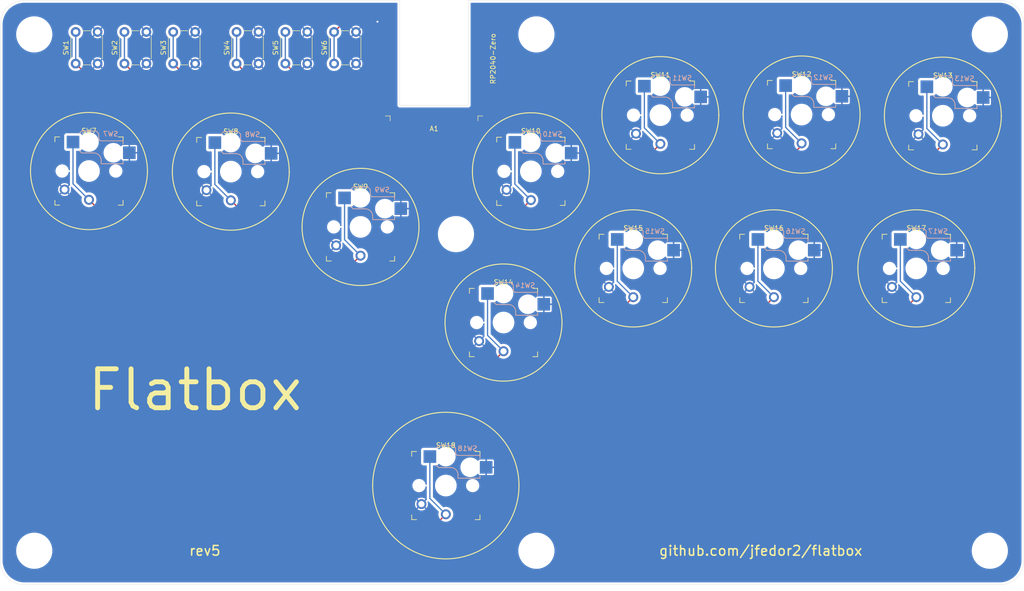
<source format=kicad_pcb>
(kicad_pcb (version 20221018) (generator pcbnew)
  (layers (0 "F.Cu" signal) (31 "B.Cu" signal) (34 "B.Paste" user) (35 "F.Paste" user) (36 "B.SilkS" user "B.Silkscreen") (37 "F.SilkS" user "F.Silkscreen") (38 "B.Mask" user) (39 "F.Mask" user) (44 "Edge.Cuts" user))
  (net 0 "")
  (net 1 "GND")
  (net 2 "LEFT")
  (net 3 "DOWN")
  (net 4 "RIGHT")
  (net 5 "UP")
  (net 6 "L1")
  (net 7 "R1")
  (net 8 "TRIANGLE")
  (net 9 "SQUARE")
  (net 10 "CIRCLE")
  (net 11 "CROSS")
  (net 12 "R2")
  (net 13 "L2")
  (net 14 "OPT1")
  (net 15 "OPT2")
  (net 16 "OPT3")
  (net 17 "OPT4")
  (net 18 "OPT5")
  (net 19 "OPT6")
  (footprint "Kailh:Kailh_socket_PG1350_optional" (layer "F.Cu") (at 87.32 65.17)
    (fp_text reference "SW8" (at 0 -8.255) (layer "F.SilkS"))
    (fp_text value "SW_Push")
    (fp_text user "${REFERENCE}" (at 4.445 -7.62) (layer "B.SilkS") (effects (justify mirror)))
    (pad "" np_thru_hole circle (at -5.5 0) (size 1.7018 1.7018) (drill 1.7018) (layers "*.Cu" "*.Mask"))
    (pad "" np_thru_hole circle (at 0 -5.95) (size 3 3) (drill 3) (layers "*.Cu" "*.Mask"))
    (pad "" np_thru_hole circle (at 0 0) (size 3.429 3.429) (drill 3.429) (layers "*.Cu" "*.Mask"))
    (pad "" np_thru_hole circle (at 5 -3.75) (size 3 3) (drill 3) (layers "*.Cu" "*.Mask"))
    (pad "" np_thru_hole circle (at 5.5 0) (size 1.7018 1.7018) (drill 1.7018) (layers "*.Cu" "*.Mask"))
    (pad "1" smd rect (at -3.275 -5.95) (size 2.6 2.6) (layers "B.Cu" "B.Paste" "B.Mask") (net 3 "DOWN"))
    (pad "1" thru_hole circle (at 0 5.9) (size 2.032 2.032) (drill 1.27) (layers "*.Cu" "*.Mask") (net 3 "DOWN"))
    (pad "2" thru_hole circle (at -5 3.8) (size 2.032 2.032) (drill 1.27) (layers "*.Cu" "*.Mask") (net 1 "GND"))
    (pad "2" smd rect (at 8.275 -3.75) (size 2.6 2.6) (layers "B.Cu" "B.Paste" "B.Mask") (net 1 "GND"))
  )
  (footprint "Kailh:Kailh_socket_PG1350_optional" (layer "F.Cu") (at 113.92 76.52)
    (fp_text reference "SW9" (at 0 -8.255) (layer "F.SilkS"))
    (fp_text value "SW_Push")
    (fp_text user "${REFERENCE}" (at 4.445 -7.62) (layer "B.SilkS") (effects (justify mirror)))
    (pad "" np_thru_hole circle (at -5.5 0) (size 1.7018 1.7018) (drill 1.7018) (layers "*.Cu" "*.Mask"))
    (pad "" np_thru_hole circle (at 0 -5.95) (size 3 3) (drill 3) (layers "*.Cu" "*.Mask"))
    (pad "" np_thru_hole circle (at 0 0) (size 3.429 3.429) (drill 3.429) (layers "*.Cu" "*.Mask"))
    (pad "" np_thru_hole circle (at 5 -3.75) (size 3 3) (drill 3) (layers "*.Cu" "*.Mask"))
    (pad "" np_thru_hole circle (at 5.5 0) (size 1.7018 1.7018) (drill 1.7018) (layers "*.Cu" "*.Mask"))
    (pad "1" smd rect (at -3.275 -5.95) (size 2.6 2.6) (layers "B.Cu" "B.Paste" "B.Mask") (net 4 "RIGHT"))
    (pad "1" thru_hole circle (at 0 5.9) (size 2.032 2.032) (drill 1.27) (layers "*.Cu" "*.Mask") (net 4 "RIGHT"))
    (pad "2" thru_hole circle (at -5 3.8) (size 2.032 2.032) (drill 1.27) (layers "*.Cu" "*.Mask") (net 1 "GND"))
    (pad "2" smd rect (at 8.275 -3.75) (size 2.6 2.6) (layers "B.Cu" "B.Paste" "B.Mask") (net 1 "GND"))
  )
  (footprint "Kailh:Kailh_socket_PG1350_optional" (layer "F.Cu") (at 131.42 129.62)
    (fp_text reference "SW18" (at 0 -8.255) (layer "F.SilkS"))
    (fp_text value "SW_Push")
    (fp_text user "${REFERENCE}" (at 4.445 -7.62) (layer "B.SilkS") (effects (justify mirror)))
    (pad "" np_thru_hole circle (at -5.5 0) (size 1.7018 1.7018) (drill 1.7018) (layers "*.Cu" "*.Mask"))
    (pad "" np_thru_hole circle (at 0 -5.95) (size 3 3) (drill 3) (layers "*.Cu" "*.Mask"))
    (pad "" np_thru_hole circle (at 0 0) (size 3.429 3.429) (drill 3.429) (layers "*.Cu" "*.Mask"))
    (pad "" np_thru_hole circle (at 5 -3.75) (size 3 3) (drill 3) (layers "*.Cu" "*.Mask"))
    (pad "" np_thru_hole circle (at 5.5 0) (size 1.7018 1.7018) (drill 1.7018) (layers "*.Cu" "*.Mask"))
    (pad "1" smd rect (at -3.275 -5.95) (size 2.6 2.6) (layers "B.Cu" "B.Paste" "B.Mask") (net 5 "UP"))
    (pad "1" thru_hole circle (at 0 5.9) (size 2.032 2.032) (drill 1.27) (layers "*.Cu" "*.Mask") (net 5 "UP"))
    (pad "2" thru_hole circle (at -5 3.8) (size 2.032 2.032) (drill 1.27) (layers "*.Cu" "*.Mask") (net 1 "GND"))
    (pad "2" smd rect (at 8.275 -3.75) (size 2.6 2.6) (layers "B.Cu" "B.Paste" "B.Mask") (net 1 "GND"))
  )
  (footprint "Kailh:Kailh_socket_PG1350_optional" (layer "F.Cu") (at 148.86 65.11)
    (fp_text reference "SW10" (at 0 -8.255) (layer "F.SilkS"))
    (fp_text value "SW_Push")
    (fp_text user "${REFERENCE}" (at 4.445 -7.62) (layer "B.SilkS") (effects (justify mirror)))
    (pad "" np_thru_hole circle (at -5.5 0) (size 1.7018 1.7018) (drill 1.7018) (layers "*.Cu" "*.Mask"))
    (pad "" np_thru_hole circle (at 0 -5.95) (size 3 3) (drill 3) (layers "*.Cu" "*.Mask"))
    (pad "" np_thru_hole circle (at 0 0) (size 3.429 3.429) (drill 3.429) (layers "*.Cu" "*.Mask"))
    (pad "" np_thru_hole circle (at 5 -3.75) (size 3 3) (drill 3) (layers "*.Cu" "*.Mask"))
    (pad "" np_thru_hole circle (at 5.5 0) (size 1.7018 1.7018) (drill 1.7018) (layers "*.Cu" "*.Mask"))
    (pad "1" smd rect (at -3.275 -5.95) (size 2.6 2.6) (layers "B.Cu" "B.Paste" "B.Mask") (net 9 "SQUARE"))
    (pad "1" thru_hole circle (at 0 5.9) (size 2.032 2.032) (drill 1.27) (layers "*.Cu" "*.Mask") (net 9 "SQUARE"))
    (pad "2" thru_hole circle (at -5 3.8) (size 2.032 2.032) (drill 1.27) (layers "*.Cu" "*.Mask") (net 1 "GND"))
    (pad "2" smd rect (at 8.275 -3.75) (size 2.6 2.6) (layers "B.Cu" "B.Paste" "B.Mask") (net 1 "GND"))
  )
  (footprint "Kailh:Kailh_socket_PG1350_optional" (layer "F.Cu") (at 175.42 53.58)
    (fp_text reference "SW11" (at 0 -8.255) (layer "F.SilkS"))
    (fp_text value "SW_Push")
    (fp_text user "${REFERENCE}" (at 4.445 -7.62) (layer "B.SilkS") (effects (justify mirror)))
    (pad "" np_thru_hole circle (at -5.5 0) (size 1.7018 1.7018) (drill 1.7018) (layers "*.Cu" "*.Mask"))
    (pad "" np_thru_hole circle (at 0 -5.95) (size 3 3) (drill 3) (layers "*.Cu" "*.Mask"))
    (pad "" np_thru_hole circle (at 0 0) (size 3.429 3.429) (drill 3.429) (layers "*.Cu" "*.Mask"))
    (pad "" np_thru_hole circle (at 5 -3.75) (size 3 3) (drill 3) (layers "*.Cu" "*.Mask"))
    (pad "" np_thru_hole circle (at 5.5 0) (size 1.7018 1.7018) (drill 1.7018) (layers "*.Cu" "*.Mask"))
    (pad "1" smd rect (at -3.275 -5.95) (size 2.6 2.6) (layers "B.Cu" "B.Paste" "B.Mask") (net 8 "TRIANGLE"))
    (pad "1" thru_hole circle (at 0 5.9) (size 2.032 2.032) (drill 1.27) (layers "*.Cu" "*.Mask") (net 8 "TRIANGLE"))
    (pad "2" thru_hole circle (at -5 3.8) (size 2.032 2.032) (drill 1.27) (layers "*.Cu" "*.Mask") (net 1 "GND"))
    (pad "2" smd rect (at 8.275 -3.75) (size 2.6 2.6) (layers "B.Cu" "B.Paste" "B.Mask") (net 1 "GND"))
  )
  (footprint "Kailh:Kailh_socket_PG1350_optional" (layer "F.Cu") (at 204.39 53.46)
    (fp_text reference "SW12" (at 0 -8.255) (layer "F.SilkS"))
    (fp_text value "SW_Push")
    (fp_text user "${REFERENCE}" (at 4.445 -7.62) (layer "B.SilkS") (effects (justify mirror)))
    (pad "" np_thru_hole circle (at -5.5 0) (size 1.7018 1.7018) (drill 1.7018) (layers "*.Cu" "*.Mask"))
    (pad "" np_thru_hole circle (at 0 -5.95) (size 3 3) (drill 3) (layers "*.Cu" "*.Mask"))
    (pad "" np_thru_hole circle (at 0 0) (size 3.429 3.429) (drill 3.429) (layers "*.Cu" "*.Mask"))
    (pad "" np_thru_hole circle (at 5 -3.75) (size 3 3) (drill 3) (layers "*.Cu" "*.Mask"))
    (pad "" np_thru_hole circle (at 5.5 0) (size 1.7018 1.7018) (drill 1.7018) (layers "*.Cu" "*.Mask"))
    (pad "1" smd rect (at -3.275 -5.95) (size 2.6 2.6) (layers "B.Cu" "B.Paste" "B.Mask") (net 7 "R1"))
    (pad "1" thru_hole circle (at 0 5.9) (size 2.032 2.032) (drill 1.27) (layers "*.Cu" "*.Mask") (net 7 "R1"))
    (pad "2" thru_hole circle (at -5 3.8) (size 2.032 2.032) (drill 1.27) (layers "*.Cu" "*.Mask") (net 1 "GND"))
    (pad "2" smd rect (at 8.275 -3.75) (size 2.6 2.6) (layers "B.Cu" "B.Paste" "B.Mask") (net 1 "GND"))
  )
  (footprint "Kailh:Kailh_socket_PG1350_optional" (layer "F.Cu") (at 233.36 53.7)
    (fp_text reference "SW13" (at 0 -8.255) (layer "F.SilkS"))
    (fp_text value "SW_Push")
    (fp_text user "${REFERENCE}" (at 4.445 -7.62) (layer "B.SilkS") (effects (justify mirror)))
    (pad "" np_thru_hole circle (at -5.5 0) (size 1.7018 1.7018) (drill 1.7018) (layers "*.Cu" "*.Mask"))
    (pad "" np_thru_hole circle (at 0 -5.95) (size 3 3) (drill 3) (layers "*.Cu" "*.Mask"))
    (pad "" np_thru_hole circle (at 0 0) (size 3.429 3.429) (drill 3.429) (layers "*.Cu" "*.Mask"))
    (pad "" np_thru_hole circle (at 5 -3.75) (size 3 3) (drill 3) (layers "*.Cu" "*.Mask"))
    (pad "" np_thru_hole circle (at 5.5 0) (size 1.7018 1.7018) (drill 1.7018) (layers "*.Cu" "*.Mask"))
    (pad "1" smd rect (at -3.275 -5.95) (size 2.6 2.6) (layers "B.Cu" "B.Paste" "B.Mask") (net 6 "L1"))
    (pad "1" thru_hole circle (at 0 5.9) (size 2.032 2.032) (drill 1.27) (layers "*.Cu" "*.Mask") (net 6 "L1"))
    (pad "2" thru_hole circle (at -5 3.8) (size 2.032 2.032) (drill 1.27) (layers "*.Cu" "*.Mask") (net 1 "GND"))
    (pad "2" smd rect (at 8.275 -3.75) (size 2.6 2.6) (layers "B.Cu" "B.Paste" "B.Mask") (net 1 "GND"))
  )
  (footprint "Kailh:Kailh_socket_PG1350_optional" (layer "F.Cu") (at 143.25 96.15)
    (fp_text reference "SW14" (at 0 -8.255) (layer "F.SilkS"))
    (fp_text value "SW_Push")
    (fp_text user "${REFERENCE}" (at 4.445 -7.62) (layer "B.SilkS") (effects (justify mirror)))
    (pad "" np_thru_hole circle (at -5.5 0) (size 1.7018 1.7018) (drill 1.7018) (layers "*.Cu" "*.Mask"))
    (pad "" np_thru_hole circle (at 0 -5.95) (size 3 3) (drill 3) (layers "*.Cu" "*.Mask"))
    (pad "" np_thru_hole circle (at 0 0) (size 3.429 3.429) (drill 3.429) (layers "*.Cu" "*.Mask"))
    (pad "" np_thru_hole circle (at 5 -3.75) (size 3 3) (drill 3) (layers "*.Cu" "*.Mask"))
    (pad "" np_thru_hole circle (at 5.5 0) (size 1.7018 1.7018) (drill 1.7018) (layers "*.Cu" "*.Mask"))
    (pad "1" smd rect (at -3.275 -5.95) (size 2.6 2.6) (layers "B.Cu" "B.Paste" "B.Mask") (net 11 "CROSS"))
    (pad "1" thru_hole circle (at 0 5.9) (size 2.032 2.032) (drill 1.27) (layers "*.Cu" "*.Mask") (net 11 "CROSS"))
    (pad "2" thru_hole circle (at -5 3.8) (size 2.032 2.032) (drill 1.27) (layers "*.Cu" "*.Mask") (net 1 "GND"))
    (pad "2" smd rect (at 8.275 -3.75) (size 2.6 2.6) (layers "B.Cu" "B.Paste" "B.Mask") (net 1 "GND"))
  )
  (footprint "Kailh:Kailh_socket_PG1350_optional" (layer "F.Cu") (at 169.86 85.04)
    (fp_text reference "SW15" (at 0 -8.255) (layer "F.SilkS"))
    (fp_text value "SW_Push")
    (fp_text user "${REFERENCE}" (at 4.445 -7.62) (layer "B.SilkS") (effects (justify mirror)))
    (pad "" np_thru_hole circle (at -5.5 0) (size 1.7018 1.7018) (drill 1.7018) (layers "*.Cu" "*.Mask"))
    (pad "" np_thru_hole circle (at 0 -5.95) (size 3 3) (drill 3) (layers "*.Cu" "*.Mask"))
    (pad "" np_thru_hole circle (at 0 0) (size 3.429 3.429) (drill 3.429) (layers "*.Cu" "*.Mask"))
    (pad "" np_thru_hole circle (at 5 -3.75) (size 3 3) (drill 3) (layers "*.Cu" "*.Mask"))
    (pad "" np_thru_hole circle (at 5.5 0) (size 1.7018 1.7018) (drill 1.7018) (layers "*.Cu" "*.Mask"))
    (pad "1" smd rect (at -3.275 -5.95) (size 2.6 2.6) (layers "B.Cu" "B.Paste" "B.Mask") (net 10 "CIRCLE"))
    (pad "1" thru_hole circle (at 0 5.9) (size 2.032 2.032) (drill 1.27) (layers "*.Cu" "*.Mask") (net 10 "CIRCLE"))
    (pad "2" thru_hole circle (at -5 3.8) (size 2.032 2.032) (drill 1.27) (layers "*.Cu" "*.Mask") (net 1 "GND"))
    (pad "2" smd rect (at 8.275 -3.75) (size 2.6 2.6) (layers "B.Cu" "B.Paste" "B.Mask") (net 1 "GND"))
  )
  (footprint "Kailh:Kailh_socket_PG1350_optional" (layer "F.Cu") (at 198.71 85.04)
    (fp_text reference "SW16" (at 0 -8.255) (layer "F.SilkS"))
    (fp_text value "SW_Push")
    (fp_text user "${REFERENCE}" (at 4.445 -7.62) (layer "B.SilkS") (effects (justify mirror)))
    (pad "" np_thru_hole circle (at -5.5 0) (size 1.7018 1.7018) (drill 1.7018) (layers "*.Cu" "*.Mask"))
    (pad "" np_thru_hole circle (at 0 -5.95) (size 3 3) (drill 3) (layers "*.Cu" "*.Mask"))
    (pad "" np_thru_hole circle (at 0 0) (size 3.429 3.429) (drill 3.429) (layers "*.Cu" "*.Mask"))
    (pad "" np_thru_hole circle (at 5 -3.75) (size 3 3) (drill 3) (layers "*.Cu" "*.Mask"))
    (pad "" np_thru_hole circle (at 5.5 0) (size 1.7018 1.7018) (drill 1.7018) (layers "*.Cu" "*.Mask"))
    (pad "1" smd rect (at -3.275 -5.95) (size 2.6 2.6) (layers "B.Cu" "B.Paste" "B.Mask") (net 12 "R2"))
    (pad "1" thru_hole circle (at 0 5.9) (size 2.032 2.032) (drill 1.27) (layers "*.Cu" "*.Mask") (net 12 "R2"))
    (pad "2" thru_hole circle (at -5 3.8) (size 2.032 2.032) (drill 1.27) (layers "*.Cu" "*.Mask") (net 1 "GND"))
    (pad "2" smd rect (at 8.275 -3.75) (size 2.6 2.6) (layers "B.Cu" "B.Paste" "B.Mask") (net 1 "GND"))
  )
  (footprint "Kailh:Kailh_socket_PG1350_optional" (layer "F.Cu") (at 227.92 85.04)
    (fp_text reference "SW17" (at 0 -8.255) (layer "F.SilkS"))
    (fp_text value "SW_Push")
    (fp_text user "${REFERENCE}" (at 4.445 -7.62) (layer "B.SilkS") (effects (justify mirror)))
    (pad "" np_thru_hole circle (at -5.5 0) (size 1.7018 1.7018) (drill 1.7018) (layers "*.Cu" "*.Mask"))
    (pad "" np_thru_hole circle (at 0 -5.95) (size 3 3) (drill 3) (layers "*.Cu" "*.Mask"))
    (pad "" np_thru_hole circle (at 0 0) (size 3.429 3.429) (drill 3.429) (layers "*.Cu" "*.Mask"))
    (pad "" np_thru_hole circle (at 5 -3.75) (size 3 3) (drill 3) (layers "*.Cu" "*.Mask"))
    (pad "" np_thru_hole circle (at 5.5 0) (size 1.7018 1.7018) (drill 1.7018) (layers "*.Cu" "*.Mask"))
    (pad "1" smd rect (at -3.275 -5.95) (size 2.6 2.6) (layers "B.Cu" "B.Paste" "B.Mask") (net 13 "L2"))
    (pad "1" thru_hole circle (at 0 5.9) (size 2.032 2.032) (drill 1.27) (layers "*.Cu" "*.Mask") (net 13 "L2"))
    (pad "2" thru_hole circle (at -5 3.8) (size 2.032 2.032) (drill 1.27) (layers "*.Cu" "*.Mask") (net 1 "GND"))
    (pad "2" smd rect (at 8.275 -3.75) (size 2.6 2.6) (layers "B.Cu" "B.Paste" "B.Mask") (net 1 "GND"))
  )
  (footprint "MountingHole:MountingHole_6.4mm_M6" (layer "F.Cu") (at 47 37)
    (fp_text reference "H1" hide)
    (fp_text value "MountingHole")
    (pad "" np_thru_hole circle (at 0 0) (size 6.4 6.4) (drill 6.4) (layers "*.Cu" "*.Mask"))
  )
  (footprint "MountingHole:MountingHole_6.4mm_M6" (layer "F.Cu") (at 47 143)
    (fp_text reference "H4" hide)
    (fp_text value "MountingHole")
    (pad "" np_thru_hole circle (at 0 0) (size 6.4 6.4) (drill 6.4) (layers "*.Cu" "*.Mask"))
  )
  (footprint "MountingHole:MountingHole_6.4mm_M6" (layer "F.Cu") (at 243 143)
    (fp_text reference "H6" hide)
    (fp_text value "MountingHole")
    (pad "" np_thru_hole circle (at 0 0) (size 6.4 6.4) (drill 6.4) (layers "*.Cu" "*.Mask"))
  )
  (footprint "MountingHole:MountingHole_6.4mm_M6" (layer "F.Cu") (at 243 37)
    (fp_text reference "H3" hide)
    (fp_text value "MountingHole")
    (pad "" np_thru_hole circle (at 0 0) (size 6.4 6.4) (drill 6.4) (layers "*.Cu" "*.Mask"))
  )
  (footprint "Kailh:Kailh_socket_PG1350_optional" (layer "F.Cu") (at 58.225 65.05)
    (fp_text reference "SW7" (at 0 -8.255) (layer "F.SilkS"))
    (fp_text value "SW_Push")
    (fp_text user "${REFERENCE}" (at 4.445 -7.62) (layer "B.SilkS") (effects (justify mirror)))
    (pad "" np_thru_hole circle (at -5.5 0) (size 1.7018 1.7018) (drill 1.7018) (layers "*.Cu" "*.Mask"))
    (pad "" np_thru_hole circle (at 0 -5.95) (size 3 3) (drill 3) (layers "*.Cu" "*.Mask"))
    (pad "" np_thru_hole circle (at 0 0) (size 3.429 3.429) (drill 3.429) (layers "*.Cu" "*.Mask"))
    (pad "" np_thru_hole circle (at 5 -3.75) (size 3 3) (drill 3) (layers "*.Cu" "*.Mask"))
    (pad "" np_thru_hole circle (at 5.5 0) (size 1.7018 1.7018) (drill 1.7018) (layers "*.Cu" "*.Mask"))
    (pad "1" smd rect (at -3.275 -5.95) (size 2.6 2.6) (layers "B.Cu" "B.Paste" "B.Mask") (net 2 "LEFT"))
    (pad "1" thru_hole circle (at 0 5.9) (size 2.032 2.032) (drill 1.27) (layers "*.Cu" "*.Mask") (net 2 "LEFT"))
    (pad "2" thru_hole circle (at -5 3.8) (size 2.032 2.032) (drill 1.27) (layers "*.Cu" "*.Mask") (net 1 "GND"))
    (pad "2" smd rect (at 8.275 -3.75) (size 2.6 2.6) (layers "B.Cu" "B.Paste" "B.Mask") (net 1 "GND"))
  )
  (footprint "MountingHole:MountingHole_6.4mm_M6" (layer "F.Cu") (at 150 37)
    (fp_text reference "H2" hide)
    (fp_text value "MountingHole")
    (pad "" np_thru_hole circle (at 0 0) (size 6.4 6.4) (drill 6.4) (layers "*.Cu" "*.Mask"))
  )
  (footprint "Button_Switch_THT:SW_PUSH_6mm_H5mm" (layer "F.Cu") (at 88.5 43 90)
    (fp_text reference "SW4" (at 3.25 -2 90) (layer "F.SilkS"))
    (fp_text value "SW_Push")
    (pad "1" thru_hole circle (at 0 0 180) (size 2 2) (drill 1.1) (layers "*.Cu" "*.Mask") (net 17 "OPT4"))
    (pad "1" thru_hole circle (at 6.5 0 180) (size 2 2) (drill 1.1) (layers "*.Cu" "*.Mask") (net 17 "OPT4"))
    (pad "2" thru_hole circle (at 0 4.5 180) (size 2 2) (drill 1.1) (layers "*.Cu" "*.Mask") (net 1 "GND"))
    (pad "2" thru_hole circle (at 6.5 4.5 180) (size 2 2) (drill 1.1) (layers "*.Cu" "*.Mask") (net 1 "GND"))
  )
  (footprint "Button_Switch_THT:SW_PUSH_6mm_H5mm" (layer "F.Cu") (at 65.5 43 90)
    (fp_text reference "SW2" (at 3.25 -2 90) (layer "F.SilkS"))
    (fp_text value "SW_Push")
    (pad "1" thru_hole circle (at 0 0 180) (size 2 2) (drill 1.1) (layers "*.Cu" "*.Mask") (net 15 "OPT2"))
    (pad "1" thru_hole circle (at 6.5 0 180) (size 2 2) (drill 1.1) (layers "*.Cu" "*.Mask") (net 15 "OPT2"))
    (pad "2" thru_hole circle (at 0 4.5 180) (size 2 2) (drill 1.1) (layers "*.Cu" "*.Mask") (net 1 "GND"))
    (pad "2" thru_hole circle (at 6.5 4.5 180) (size 2 2) (drill 1.1) (layers "*.Cu" "*.Mask") (net 1 "GND"))
  )
  (footprint "Button_Switch_THT:SW_PUSH_6mm_H5mm" (layer "F.Cu") (at 98.5 43 90)
    (fp_text reference "SW5" (at 3.25 -2 90) (layer "F.SilkS"))
    (fp_text value "SW_Push")
    (pad "1" thru_hole circle (at 0 0 180) (size 2 2) (drill 1.1) (layers "*.Cu" "*.Mask") (net 18 "OPT5"))
    (pad "1" thru_hole circle (at 6.5 0 180) (size 2 2) (drill 1.1) (layers "*.Cu" "*.Mask") (net 18 "OPT5"))
    (pad "2" thru_hole circle (at 0 4.5 180) (size 2 2) (drill 1.1) (layers "*.Cu" "*.Mask") (net 1 "GND"))
    (pad "2" thru_hole circle (at 6.5 4.5 180) (size 2 2) (drill 1.1) (layers "*.Cu" "*.Mask") (net 1 "GND"))
  )
  (footprint "Button_Switch_THT:SW_PUSH_6mm_H5mm" (layer "F.Cu") (at 55.5 43 90)
    (fp_text reference "SW1" (at 3.25 -2 90) (layer "F.SilkS"))
    (fp_text value "SW_Push")
    (pad "1" thru_hole circle (at 0 0 180) (size 2 2) (drill 1.1) (layers "*.Cu" "*.Mask") (net 14 "OPT1"))
    (pad "1" thru_hole circle (at 6.5 0 180) (size 2 2) (drill 1.1) (layers "*.Cu" "*.Mask") (net 14 "OPT1"))
    (pad "2" thru_hole circle (at 0 4.5 180) (size 2 2) (drill 1.1) (layers "*.Cu" "*.Mask") (net 1 "GND"))
    (pad "2" thru_hole circle (at 6.5 4.5 180) (size 2 2) (drill 1.1) (layers "*.Cu" "*.Mask") (net 1 "GND"))
  )
  (footprint "Button_Switch_THT:SW_PUSH_6mm_H5mm" (layer "F.Cu") (at 75.5 43 90)
    (fp_text reference "SW3" (at 3.25 -2 90) (layer "F.SilkS"))
    (fp_text value "SW_Push")
    (pad "1" thru_hole circle (at 0 0 180) (size 2 2) (drill 1.1) (layers "*.Cu" "*.Mask") (net 16 "OPT3"))
    (pad "1" thru_hole circle (at 6.5 0 180) (size 2 2) (drill 1.1) (layers "*.Cu" "*.Mask") (net 16 "OPT3"))
    (pad "2" thru_hole circle (at 0 4.5 180) (size 2 2) (drill 1.1) (layers "*.Cu" "*.Mask") (net 1 "GND"))
    (pad "2" thru_hole circle (at 6.5 4.5 180) (size 2 2) (drill 1.1) (layers "*.Cu" "*.Mask") (net 1 "GND"))
  )
  (footprint "Button_Switch_THT:SW_PUSH_6mm_H5mm" (layer "F.Cu") (at 108.5 43 90)
    (fp_text reference "SW6" (at 3.25 -2 90) (layer "F.SilkS"))
    (fp_text value "SW_Push")
    (pad "1" thru_hole circle (at 0 0 180) (size 2 2) (drill 1.1) (layers "*.Cu" "*.Mask") (net 19 "OPT6"))
    (pad "1" thru_hole circle (at 6.5 0 180) (size 2 2) (drill 1.1) (layers "*.Cu" "*.Mask") (net 19 "OPT6"))
    (pad "2" thru_hole circle (at 0 4.5 180) (size 2 2) (drill 1.1) (layers "*.Cu" "*.Mask") (net 1 "GND"))
    (pad "2" thru_hole circle (at 6.5 4.5 180) (size 2 2) (drill 1.1) (layers "*.Cu" "*.Mask") (net 1 "GND"))
  )
  (footprint "MountingHole:MountingHole_6.4mm_M6" (layer "F.Cu") (at 133.5 78)
    (fp_text reference "H7" hide)
    (fp_text value "MountingHole")
    (pad "" np_thru_hole circle (at 0 0) (size 6.4 6.4) (drill 6.4) (layers "*.Cu" "*.Mask"))
  )
  (footprint "MountingHole:MountingHole_6.4mm_M6" (layer "F.Cu") (at 150 143)
    (fp_text reference "H5" hide)
    (fp_text value "MountingHole")
    (pad "" np_thru_hole circle (at 0 0) (size 6.4 6.4) (drill 6.4) (layers "*.Cu" "*.Mask"))
  )
  (footprint "RP2040-Zero:RP2040-Zero" (layer "F.Cu") (at 129 42)
    (fp_text reference "A1" (at 0 14.35 unlocked) (layer "F.SilkS"))
    (fp_text value "RP2040-Zero")
    (pad "1" smd roundrect (at 9.16 -10.16 180) (size 3 1.524) (layers "F.Cu" "F.Paste" "F.Mask"))
    (pad "2" smd roundrect (at 9.16 -7.62 180) (size 3 1.524) (layers "F.Cu" "F.Paste" "F.Mask"))
    (pad "3" smd roundrect (at 9.16 -5.08 180) (size 3 1.524) (layers "F.Cu" "F.Paste" "F.Mask") (net 6 "L1"))
    (pad "4" smd roundrect (at 9.16 -2.54 180) (size 3 1.524) (layers "F.Cu" "F.Paste" "F.Mask") (net 13 "L2"))
    (pad "5" smd roundrect (at 9.16 0 180) (size 3 1.524) (layers "F.Cu" "F.Paste" "F.Mask") (net 7 "R1"))
    (pad "6" smd roundrect (at 9.16 2.54 180) (size 3 1.524) (layers "F.Cu" "F.Paste" "F.Mask") (net 12 "R2"))
    (pad "7" smd roundrect (at 9.16 5.08 180) (size 3 1.524) (layers "F.Cu" "F.Paste" "F.Mask") (net 8 "TRIANGLE"))
    (pad "8" smd roundrect (at 9.16 7.62 180) (size 3 1.524) (layers "F.Cu" "F.Paste" "F.Mask") (net 10 "CIRCLE"))
    (pad "9" smd roundrect (at 9.16 10.16 180) (size 3 1.524) (layers "F.Cu" "F.Paste" "F.Mask") (net 9 "SQUARE"))
    (pad "10" smd roundrect (at 5.08 11.7 270) (size 3 1.524) (layers "F.Cu" "F.Paste" "F.Mask") (net 11 "CROSS"))
    (pad "11" smd roundrect (at 2.54 11.7 270) (size 3 1.524) (layers "F.Cu" "F.Paste" "F.Mask") (net 5 "UP"))
    (pad "12" smd roundrect (at 0 11.7 270) (size 3 1.524) (layers "F.Cu" "F.Paste" "F.Mask") (net 4 "RIGHT"))
    (pad "13" smd roundrect (at -2.54 11.7 270) (size 3 1.524) (layers "F.Cu" "F.Paste" "F.Mask") (net 3 "DOWN"))
    (pad "14" smd roundrect (at -5.08 11.7 90) (size 3 1.524) (layers "F.Cu" "F.Paste" "F.Mask") (net 2 "LEFT"))
    (pad "15" smd roundrect (at -9.16 10.16 180) (size 3 1.524) (layers "F.Cu" "F.Paste" "F.Mask") (net 14 "OPT1"))
    (pad "16" smd roundrect (at -9.16 7.62 180) (size 3 1.524) (layers "F.Cu" "F.Paste" "F.Mask") (net 15 "OPT2"))
    (pad "17" smd roundrect (at -9.16 5.08 180) (size 3 1.524) (layers "F.Cu" "F.Paste" "F.Mask") (net 16 "OPT3"))
    (pad "18" smd roundrect (at -9.16 2.54 180) (size 3 1.524) (layers "F.Cu" "F.Paste" "F.Mask") (net 17 "OPT4"))
    (pad "19" smd roundrect (at -9.16 0 180) (size 3 1.524) (layers "F.Cu" "F.Paste" "F.Mask") (net 18 "OPT5"))
    (pad "20" smd roundrect (at -9.16 -2.54 180) (size 3 1.524) (layers "F.Cu" "F.Paste" "F.Mask") (net 19 "OPT6"))
    (pad "21" smd roundrect (at -9.16 -5.08 180) (size 3 1.524) (layers "F.Cu" "F.Paste" "F.Mask"))
    (pad "22" smd roundrect (at -9.16 -10.16 180) (size 3 1.524) (layers "F.Cu" "F.Paste" "F.Mask"))
    (pad "23" smd roundrect (at -9.16 -7.62 180) (size 3 1.524) (layers "F.Cu" "F.Paste" "F.Mask") (net 1 "GND"))
  )
  (gr_line (start 216.382567 53.463258) (end 216.382567 53.463258) (stroke (width 0.2)) (layer "F.SilkS"))
  (gr_line (start 245.355098 53.699766) (end 245.355098 53.699766) (stroke (width 0.2)) (layer "F.SilkS"))
  (gr_curve (pts (xy 75.320345 65.17053) (xy 75.320345 60.873617) (xy 77.606529 56.903105) (xy 81.317714 54.754648)) (stroke (width 0.2)) (layer "F.SilkS"))
  (gr_curve (pts (xy 93.312452 54.754648) (xy 97.023636 56.903105) (xy 99.309821 60.873617) (xy 99.309821 65.17053)) (stroke (width 0.2)) (layer "F.SilkS"))
  (gr_curve (pts (xy 181.412661 63.9974) (xy 177.701476 66.145857) (xy 173.129108 66.145857) (xy 169.417923 63.9974)) (stroke (width 0.2)) (layer "F.SilkS"))
  (gr_curve (pts (xy 233.918028 74.621539) (xy 237.629213 76.769996) (xy 239.915397 80.740507) (xy 239.915397 85.037421)) (stroke (width 0.2)) (layer "F.SilkS"))
  (gr_line (start 187.41003 53.581518) (end 187.41003 53.581518) (stroke (width 0.2)) (layer "F.SilkS"))
  (gr_curve (pts (xy 233.918028 95.453303) (xy 230.206843 97.601759) (xy 225.634475 97.601759) (xy 221.92329 95.453303)) (stroke (width 0.2)) (layer "F.SilkS"))
  (gr_curve (pts (xy 123.913745 142.649412) (xy 119.271238 139.9618) (xy 116.411337 134.994889) (xy 116.411337 129.619665)) (stroke (width 0.2)) (layer "F.SilkS"))
  (gr_curve (pts (xy 204.70893 95.453303) (xy 200.997745 97.601759) (xy 196.425377 97.601759) (xy 192.714192 95.453303)) (stroke (width 0.2)) (layer "F.SilkS"))
  (gr_curve (pts (xy 192.714192 74.621539) (xy 196.425377 72.473082) (xy 200.997745 72.473082) (xy 204.70893 74.621539)) (stroke (width 0.2)) (layer "F.SilkS"))
  (gr_curve (pts (xy 239.915397 85.037421) (xy 239.915397 89.334334) (xy 237.629213 93.304846) (xy 233.918028 95.453303)) (stroke (width 0.2)) (layer "F.SilkS"))
  (gr_curve (pts (xy 142.865684 75.530868) (xy 139.154499 73.382411) (xy 136.868315 69.4119) (xy 136.868315 65.114986)) (stroke (width 0.2)) (layer "F.SilkS"))
  (gr_curve (pts (xy 210.706299 85.037421) (xy 210.706299 89.334334) (xy 208.420115 93.304846) (xy 204.70893 95.453303)) (stroke (width 0.2)) (layer "F.SilkS"))
  (gr_curve (pts (xy 210.385198 43.047376) (xy 214.096383 45.195832) (xy 216.382567 49.166344) (xy 216.382567 53.463258)) (stroke (width 0.2)) (layer "F.SilkS"))
  (gr_line (start 181.852021 85.037421) (end 181.852021 85.037421) (stroke (width 0.2)) (layer "F.SilkS"))
  (gr_curve (pts (xy 221.92329 95.453303) (xy 218.212105 93.304846) (xy 215.925921 89.334334) (xy 215.925921 85.037421)) (stroke (width 0.2)) (layer "F.SilkS"))
  (gr_curve (pts (xy 93.312452 75.586412) (xy 89.601267 77.734869) (xy 85.028899 77.734869) (xy 81.317714 75.586412)) (stroke (width 0.2)) (layer "F.SilkS"))
  (gr_curve (pts (xy 175.854652 95.453303) (xy 172.143467 97.601759) (xy 167.571099 97.601759) (xy 163.859914 95.453303)) (stroke (width 0.2)) (layer "F.SilkS"))
  (gr_line (start 239.915397 85.037421) (end 239.915397 85.037421) (stroke (width 0.2)) (layer "F.SilkS"))
  (gr_curve (pts (xy 186.716823 85.037421) (xy 186.716823 80.740507) (xy 189.003008 76.769996) (xy 192.714192 74.621539)) (stroke (width 0.2)) (layer "F.SilkS"))
  (gr_curve (pts (xy 138.918561 142.649412) (xy 134.276055 145.337024) (xy 128.556251 145.337024) (xy 123.913745 142.649412)) (stroke (width 0.2)) (layer "F.SilkS"))
  (gr_curve (pts (xy 169.417923 43.165636) (xy 173.129108 41.01718) (xy 177.701476 41.01718) (xy 181.412661 43.165636)) (stroke (width 0.2)) (layer "F.SilkS"))
  (gr_curve (pts (xy 64.221646 54.636398) (xy 67.932831 56.784855) (xy 70.219015 60.755367) (xy 70.219015 65.05228)) (stroke (width 0.2)) (layer "F.SilkS"))
  (gr_curve (pts (xy 245.355098 53.699766) (xy 245.355097 60.342218) (xy 239.98487 65.72699) (xy 233.36036 65.72699)) (stroke (width 0.2)) (layer "F.SilkS"))
  (gr_curve (pts (xy 160.857791 65.114986) (xy 160.857791 69.4119) (xy 158.571607 73.382411) (xy 154.860422 75.530868)) (stroke (width 0.2)) (layer "F.SilkS"))
  (gr_curve (pts (xy 52.226909 54.636398) (xy 55.938093 52.487941) (xy 60.510462 52.487941) (xy 64.221646 54.636398)) (stroke (width 0.2)) (layer "F.SilkS"))
  (gr_curve (pts (xy 131.255108 96.153426) (xy 131.255108 91.856513) (xy 133.541293 87.886001) (xy 137.252477 85.737546)) (stroke (width 0.2)) (layer "F.SilkS"))
  (gr_curve (pts (xy 192.393091 53.463258) (xy 192.393091 49.166344) (xy 194.679275 45.195832) (xy 198.39046 43.047376)) (stroke (width 0.2)) (layer "F.SilkS"))
  (gr_curve (pts (xy 119.919904 86.938924) (xy 116.208719 89.08738) (xy 111.636351 89.08738) (xy 107.925166 86.938924)) (stroke (width 0.2)) (layer "F.SilkS"))
  (gr_curve (pts (xy 101.927798 76.523042) (xy 101.927798 72.226128) (xy 104.213982 68.255617) (xy 107.925166 66.10716)) (stroke (width 0.2)) (layer "F.SilkS"))
  (gr_curve (pts (xy 137.252477 85.737546) (xy 140.963662 83.589088) (xy 145.53603 83.589088) (xy 149.247215 85.737546)) (stroke (width 0.2)) (layer "F.SilkS"))
  (gr_curve (pts (xy 154.860422 54.699104) (xy 158.571607 56.847561) (xy 160.857791 60.818073) (xy 160.857791 65.114986)) (stroke (width 0.2)) (layer "F.SilkS"))
  (gr_curve (pts (xy 221.92329 74.621539) (xy 225.634475 72.473082) (xy 230.206843 72.473082) (xy 233.918028 74.621539)) (stroke (width 0.2)) (layer "F.SilkS"))
  (gr_line (start 155.244584 96.153426) (end 155.244584 96.153426) (stroke (width 0.2)) (layer "F.SilkS"))
  (gr_curve (pts (xy 181.852021 85.037421) (xy 181.852021 89.334334) (xy 179.565837 93.304846) (xy 175.854652 95.453303)) (stroke (width 0.2)) (layer "F.SilkS"))
  (gr_curve (pts (xy 138.918561 116.589918) (xy 143.561067 119.277529) (xy 146.420969 124.244441) (xy 146.420969 129.619665)) (stroke (width 0.2)) (layer "F.SilkS"))
  (gr_curve (pts (xy 64.221646 75.468162) (xy 60.510462 77.616619) (xy 55.938093 77.616619) (xy 52.226909 75.468162)) (stroke (width 0.2)) (layer "F.SilkS"))
  (gr_curve (pts (xy 227.362991 43.283884) (xy 231.074176 41.135427) (xy 235.646544 41.135427) (xy 239.357729 43.283884)) (stroke (width 0.2)) (layer "F.SilkS"))
  (gr_curve (pts (xy 169.417923 63.9974) (xy 165.706739 61.848943) (xy 163.420555 57.878432) (xy 163.420555 53.581518)) (stroke (width 0.2)) (layer "F.SilkS"))
  (gr_curve (pts (xy 116.411337 129.619665) (xy 116.411337 124.244441) (xy 119.271238 119.277529) (xy 123.913745 116.589918)) (stroke (width 0.2)) (layer "F.SilkS"))
  (gr_line (start 160.857791 65.114986) (end 160.857791 65.114986) (stroke (width 0.2)) (layer "F.SilkS"))
  (gr_curve (pts (xy 149.247215 85.737546) (xy 152.9584 87.886001) (xy 155.244584 91.856513) (xy 155.244584 96.153426)) (stroke (width 0.2)) (layer "F.SilkS"))
  (gr_curve (pts (xy 215.925921 85.037421) (xy 215.925921 80.740507) (xy 218.212105 76.769996) (xy 221.92329 74.621539)) (stroke (width 0.2)) (layer "F.SilkS"))
  (gr_curve (pts (xy 163.859914 95.453303) (xy 160.148729 93.304846) (xy 157.862545 89.334334) (xy 157.862545 85.037421)) (stroke (width 0.2)) (layer "F.SilkS"))
  (gr_curve (pts (xy 181.412661 43.165636) (xy 185.123846 45.314093) (xy 187.41003 49.284605) (xy 187.41003 53.581518)) (stroke (width 0.2)) (layer "F.SilkS"))
  (gr_curve (pts (xy 163.859914 74.621539) (xy 167.571099 72.473082) (xy 172.143467 72.473082) (xy 175.854652 74.621539)) (stroke (width 0.2)) (layer "F.SilkS"))
  (gr_curve (pts (xy 239.357729 43.283884) (xy 243.068914 45.432341) (xy 245.355098 49.402853) (xy 245.355098 53.699766)) (stroke (width 0.2)) (layer "F.SilkS"))
  (gr_curve (pts (xy 70.219015 65.05228) (xy 70.219015 69.349193) (xy 67.932831 73.319705) (xy 64.221646 75.468162)) (stroke (width 0.2)) (layer "F.SilkS"))
  (gr_curve (pts (xy 163.420555 53.581518) (xy 163.420555 49.284605) (xy 165.706739 45.314093) (xy 169.417923 43.165636)) (stroke (width 0.2)) (layer "F.SilkS"))
  (gr_line (start 70.219015 65.05228) (end 70.219015 65.05228) (stroke (width 0.2)) (layer "F.SilkS"))
  (gr_curve (pts (xy 107.925166 66.10716) (xy 111.636351 63.958703) (xy 116.208719 63.958703) (xy 119.919904 66.10716)) (stroke (width 0.2)) (layer "F.SilkS"))
  (gr_curve (pts (xy 146.420969 129.619665) (xy 146.420969 134.994889) (xy 143.561067 139.9618) (xy 138.918561 142.649412)) (stroke (width 0.2)) (layer "F.SilkS"))
  (gr_curve (pts (xy 157.862545 85.037421) (xy 157.862545 80.740507) (xy 160.148729 76.769996) (xy 163.859914 74.621539)) (stroke (width 0.2)) (layer "F.SilkS"))
  (gr_curve (pts (xy 119.919904 66.10716) (xy 123.631089 68.255617) (xy 125.917273 72.226128) (xy 125.917273 76.523042)) (stroke (width 0.2)) (layer "F.SilkS"))
  (gr_curve (pts (xy 123.913745 116.589918) (xy 128.556251 113.902306) (xy 134.276055 113.902306) (xy 138.918561 116.589918)) (stroke (width 0.2)) (layer "F.SilkS"))
  (gr_curve (pts (xy 107.925166 86.938924) (xy 104.213982 84.790467) (xy 101.927798 80.819955) (xy 101.927798 76.523042)) (stroke (width 0.2)) (layer "F.SilkS"))
  (gr_curve (pts (xy 210.385198 63.879139) (xy 206.674013 66.027596) (xy 202.101645 66.027596) (xy 198.39046 63.879139)) (stroke (width 0.2)) (layer "F.SilkS"))
  (gr_curve (pts (xy 221.365622 53.699766) (xy 221.365622 49.402853) (xy 223.651806 45.432341) (xy 227.362991 43.283884)) (stroke (width 0.2)) (layer "F.SilkS"))
  (gr_curve (pts (xy 81.317714 75.586412) (xy 77.606529 73.437955) (xy 75.320345 69.467444) (xy 75.320345 65.17053)) (stroke (width 0.2)) (layer "F.SilkS"))
  (gr_curve (pts (xy 187.41003 53.581518) (xy 187.41003 57.878432) (xy 185.123846 61.848943) (xy 181.412661 63.9974)) (stroke (width 0.2)) (layer "F.SilkS"))
  (gr_curve (pts (xy 198.39046 63.879139) (xy 194.679275 61.730683) (xy 192.393091 57.760171) (xy 192.393091 53.463258)) (stroke (width 0.2)) (layer "F.SilkS"))
  (gr_curve (pts (xy 137.252477 106.569308) (xy 133.541293 104.420852) (xy 131.255108 100.45034) (xy 131.255108 96.153426)) (stroke (width 0.2)) (layer "F.SilkS"))
  (gr_curve (pts (xy 81.317714 54.754648) (xy 85.028899 52.606192) (xy 89.601267 52.606192) (xy 93.312452 54.754648)) (stroke (width 0.2)) (layer "F.SilkS"))
  (gr_curve (pts (xy 136.868315 65.114986) (xy 136.868315 60.818073) (xy 139.154499 56.847561) (xy 142.865684 54.699104)) (stroke (width 0.2)) (layer "F.SilkS"))
  (gr_line (start 125.917273 76.523042) (end 125.917273 76.523042) (stroke (width 0.2)) (layer "F.SilkS"))
  (gr_line (start 99.309821 65.17053) (end 99.309821 65.17053) (stroke (width 0.2)) (layer "F.SilkS"))
  (gr_curve (pts (xy 149.247215 106.569308) (xy 145.53603 108.717765) (xy 140.963662 108.717765) (xy 137.252477 106.569308)) (stroke (width 0.2)) (layer "F.SilkS"))
  (gr_curve (pts (xy 155.244584 96.153426) (xy 155.244584 100.45034) (xy 152.9584 104.420852) (xy 149.247215 106.569308)) (stroke (width 0.2)) (layer "F.SilkS"))
  (gr_curve (pts (xy 99.309821 65.17053) (xy 99.309821 69.467444) (xy 97.023636 73.437955) (xy 93.312452 75.586412)) (stroke (width 0.2)) (layer "F.SilkS"))
  (gr_curve (pts (xy 192.714192 95.453303) (xy 189.003008 93.304846) (xy 186.716823 89.334334) (xy 186.716823 85.037421)) (stroke (width 0.2)) (layer "F.SilkS"))
  (gr_curve (pts (xy 175.854652 74.621539) (xy 179.565837 76.769996) (xy 181.852021 80.740507) (xy 181.852021 85.037421)) (stroke (width 0.2)) (layer "F.SilkS"))
  (gr_curve (pts (xy 52.226909 75.468162) (xy 48.515724 73.319705) (xy 46.22954 69.349193) (xy 46.22954 65.05228)) (stroke (width 0.2)) (layer "F.SilkS"))
  (gr_curve (pts (xy 46.22954 65.05228) (xy 46.22954 60.755367) (xy 48.515724 56.784855) (xy 52.226909 54.636398)) (stroke (width 0.2)) (layer "F.SilkS"))
  (gr_line (start 146.420969 129.619665) (end 146.420969 129.619665) (stroke (width 0.2)) (layer "F.SilkS"))
  (gr_curve (pts (xy 125.917273 76.523042) (xy 125.917273 80.819955) (xy 123.631089 84.790467) (xy 119.919904 86.938924)) (stroke (width 0.2)) (layer "F.SilkS"))
  (gr_curve (pts (xy 233.36036 65.72699) (xy 226.73585 65.72699) (xy 221.365623 60.342218) (xy 221.365622 53.699766)) (stroke (width 0.2)) (layer "F.SilkS"))
  (gr_curve (pts (xy 154.860422 75.530868) (xy 151.149237 77.679325) (xy 146.576869 77.679325) (xy 142.865684 75.530868)) (stroke (width 0.2)) (layer "F.SilkS"))
  (gr_curve (pts (xy 204.70893 74.621539) (xy 208.420115 76.769996) (xy 210.706299 80.740507) (xy 210.706299 85.037421)) (stroke (width 0.2)) (layer "F.SilkS"))
  (gr_curve (pts (xy 198.39046 43.047376) (xy 202.101645 40.898919) (xy 206.674013 40.898919) (xy 210.385198 43.047376)) (stroke (width 0.2)) (layer "F.SilkS"))
  (gr_curve (pts (xy 216.382567 53.463258) (xy 216.382567 57.760171) (xy 214.096383 61.730683) (xy 210.385198 63.879139)) (stroke (width 0.2)) (layer "F.SilkS"))
  (gr_curve (pts (xy 142.865684 54.699104) (xy 146.576869 52.550648) (xy 151.149237 52.550648) (xy 154.860422 54.699104)) (stroke (width 0.2)) (layer "F.SilkS"))
  (gr_line (start 210.706299 85.037421) (end 210.706299 85.037421) (stroke (width 0.2)) (layer "F.SilkS"))
  (gr_line (start 250 35) (end 250 145) (stroke (width 0.05)) (layer "Edge.Cuts"))
  (gr_line (start 245 150) (end 45 150) (stroke (width 0.05)) (layer "Edge.Cuts"))
  (gr_line (start 40 145) (end 40 35) (stroke (width 0.05)) (layer "Edge.Cuts"))
  (gr_line (start 45 30) (end 122 30) (stroke (width 0.05)) (layer "Edge.Cuts"))
  (gr_line (start 136 30) (end 245 30) (stroke (width 0.05)) (layer "Edge.Cuts"))
  (gr_line (start 122 30) (end 122 51.5) (stroke (width 0.05)) (layer "Edge.Cuts"))
  (gr_arc (start 40 35) (mid 41.464466 31.464466) (end 45 30) (stroke (width 0.05)) (layer "Edge.Cuts"))
  (gr_line (start 136 51.5) (end 136 30) (stroke (width 0.05)) (layer "Edge.Cuts"))
  (gr_arc (start 45 150) (mid 41.464466 148.535534) (end 40 145) (stroke (width 0.05)) (layer "Edge.Cuts"))
  (gr_arc (start 250 145) (mid 248.535534 148.535534) (end 245 150) (stroke (width 0.05)) (layer "Edge.Cuts"))
  (gr_arc (start 245 30) (mid 248.535534 31.464466) (end 250 35) (stroke (width 0.05)) (layer "Edge.Cuts"))
  (gr_line (start 122 51.5) (end 136 51.5) (stroke (width 0.05)) (layer "Edge.Cuts"))
  (gr_text "RP2040-Zero" (at 141.1 42 90) (layer "F.SilkS") (effects (font (size 1 1))))
  (gr_text "rev5" (at 82 143) (layer "F.SilkS") (effects (font (size 2 2) (thickness 0.3))))
  (gr_text "github.com/jfedor2/flatbox" (at 196 143) (layer "F.SilkS") (effects (font (size 2 2) (thickness 0.3))))
  (gr_text "Flatbox" (at 80 110) (layer "F.SilkS") (effects (font (size 8 8) (thickness 1))))
  (segment (start 117.42 34.38) (end 117.4 34.4) (width 0.381) (layer "F.Cu") (net 1))
  (segment (start 119.84 34.38) (end 117.42 34.38) (width 0.381) (layer "F.Cu") (net 1))
  (via (at 117.4 34.4) (size 0.8) (drill 0.4) (layers "F.Cu" "B.Cu") (net 1))
  (segment (start 108.7 51.6) (end 77.15 51.6) (width 0.254) (layer "F.Cu") (net 2))
  (segment (start 68.75 76.9) (end 64.175 76.9) (width 0.254) (layer "F.Cu") (net 2))
  (segment (start 77.15 51.6) (end 72.3 56.45) (width 0.254) (layer "F.Cu") (net 2))
  (segment (start 72.3 73.35) (end 68.75 76.9) (width 0.254) (layer "F.Cu") (net 2))
  (segment (start 122.4 56.1) (end 113.2 56.1) (width 0.254) (layer "F.Cu") (net 2))
  (segment (start 113.2 56.1) (end 108.7 51.6) (width 0.254) (layer "F.Cu") (net 2))
  (segment (start 123.92 53.7) (end 123.92 54.58) (width 0.254) (layer "F.Cu") (net 2))
  (segment (start 72.3 56.45) (end 72.3 73.35) (width 0.254) (layer "F.Cu") (net 2))
  (segment (start 64.175 76.9) (end 58.225 70.95) (width 0.254) (layer "F.Cu") (net 2))
  (segment (start 123.92 54.58) (end 122.4 56.1) (width 0.254) (layer "F.Cu") (net 2))
  (segment (start 58.225 70.95) (end 54.95 67.675) (width 0.254) (layer "B.Cu") (net 2))
  (segment (start 54.95 67.675) (end 54.95 59.1) (width 0.254) (layer "B.Cu") (net 2))
  (segment (start 126.46 54.54) (end 123.3 57.7) (width 0.254) (layer "F.Cu") (net 3))
  (segment (start 112.95 57.7) (end 94.05 76.6) (width 0.254) (layer "F.Cu") (net 3))
  (segment (start 126.46 53.7) (end 126.46 54.54) (width 0.254) (layer "F.Cu") (net 3))
  (segment (start 123.3 57.7) (end 112.95 57.7) (width 0.254) (layer "F.Cu") (net 3))
  (segment (start 92.85 76.6) (end 87.32 71.07) (width 0.254) (layer "F.Cu") (net 3))
  (segment (start 94.05 76.6) (end 92.85 76.6) (width 0.254) (layer "F.Cu") (net 3))
  (segment (start 84.045 59.22) (end 84.045 67.795) (width 0.254) (layer "B.Cu") (net 3))
  (segment (start 84.045 67.795) (end 87.32 71.07) (width 0.254) (layer "B.Cu") (net 3))
  (segment (start 104 88.15) (end 108.19 88.15) (width 0.254) (layer "F.Cu") (net 4))
  (segment (start 108.19 88.15) (end 113.92 82.42) (width 0.254) (layer "F.Cu") (net 4))
  (segment (start 129 54.5) (end 124.9 58.6) (width 0.254) (layer "F.Cu") (net 4))
  (segment (start 124.9 58.6) (end 113.35 58.6) (width 0.254) (layer "F.Cu") (net 4))
  (segment (start 101.15 70.8) (end 101.15 85.3) (width 0.254) (layer "F.Cu") (net 4))
  (segment (start 129 53.7) (end 129 54.5) (width 0.254) (layer "F.Cu") (net 4))
  (segment (start 101.15 85.3) (end 104 88.15) (width 0.254) (layer "F.Cu") (net 4))
  (segment (start 113.35 58.6) (end 101.15 70.8) (width 0.254) (layer "F.Cu") (net 4))
  (segment (start 110.645 70.57) (end 110.645 79.145) (width 0.254) (layer "B.Cu") (net 4))
  (segment (start 110.645 79.145) (end 113.92 82.42) (width 0.254) (layer "B.Cu") (net 4))
  (segment (start 131.54 53.7) (end 131.54 54.36) (width 0.254) (layer "F.Cu") (net 5))
  (segment (start 131.54 54.36) (end 126.14599 59.75401) (width 0.254) (layer "F.Cu") (net 5))
  (segment (start 114.2 140.5) (end 117.45 143.75) (width 0.254) (layer "F.Cu") (net 5))
  (segment (start 126.14599 102.80401) (end 114.2 114.75) (width 0.254) (layer "F.Cu") (net 5))
  (segment (start 117.45 143.75) (end 123.19 143.75) (width 0.254) (layer "F.Cu") (net 5))
  (segment (start 114.2 114.75) (end 114.2 140.5) (width 0.254) (layer "F.Cu") (net 5))
  (segment (start 123.19 143.75) (end 131.42 135.52) (width 0.254) (layer "F.Cu") (net 5))
  (segment (start 126.14599 59.75401) (end 126.14599 102.80401) (width 0.254) (layer "F.Cu") (net 5))
  (segment (start 128.145 123.67) (end 128.145 132.245) (width 0.254) (layer "B.Cu") (net 5))
  (segment (start 128.145 132.245) (end 131.42 135.52) (width 0.254) (layer "B.Cu") (net 5))
  (segment (start 138.16 36.92) (end 138.92 36.92) (width 0.254) (layer "F.Cu") (net 6))
  (segment (start 153.375 46.6) (end 161.575 38.4) (width 0.254) (layer "F.Cu") (net 6))
  (segment (start 138.92 36.92) (end 148.6 46.6) (width 0.254) (layer "F.Cu") (net 6))
  (segment (start 227.81 65.15) (end 233.36 59.6) (width 0.254) (layer "F.Cu") (net 6))
  (segment (start 223.4 65.15) (end 227.81 65.15) (width 0.254) (layer "F.Cu") (net 6))
  (segment (start 148.6 46.6) (end 153.375 46.6) (width 0.254) (layer "F.Cu") (net 6))
  (segment (start 161.575 38.4) (end 210.45 38.4) (width 0.254) (layer "F.Cu") (net 6))
  (segment (start 210.45 38.4) (end 219.8 47.75) (width 0.254) (layer "F.Cu") (net 6))
  (segment (start 219.8 47.75) (end 219.8 61.55) (width 0.254) (layer "F.Cu") (net 6))
  (segment (start 219.8 61.55) (end 223.4 65.15) (width 0.254) (layer "F.Cu") (net 6))
  (segment (start 230.085 56.325) (end 233.36 59.6) (width 0.254) (layer "B.Cu") (net 6))
  (segment (start 230.085 47.75) (end 230.085 56.325) (width 0.254) (layer "B.Cu") (net 6))
  (segment (start 139 42) (end 145.2 48.2) (width 0.254) (layer "F.Cu") (net 7))
  (segment (start 190.9 62.85) (end 193.9 65.85) (width 0.254) (layer "F.Cu") (net 7))
  (segment (start 145.2 48.2) (end 154.2 48.2) (width 0.254) (layer "F.Cu") (net 7))
  (segment (start 204.39 59.81) (end 204.39 59.36) (width 0.254) (layer "F.Cu") (net 7))
  (segment (start 198.35 65.85) (end 204.39 59.81) (width 0.254) (layer "F.Cu") (net 7))
  (segment (start 154.2 48.2) (end 162.4 40) (width 0.254) (layer "F.Cu") (net 7))
  (segment (start 193.9 65.85) (end 198.35 65.85) (width 0.254) (layer "F.Cu") (net 7))
  (segment (start 184.25 40) (end 190.9 46.65) (width 0.254) (layer "F.Cu") (net 7))
  (segment (start 162.4 40) (end 184.25 40) (width 0.254) (layer "F.Cu") (net 7))
  (segment (start 190.9 46.65) (end 190.9 62.85) (width 0.254) (layer "F.Cu") (net 7))
  (segment (start 201.115 47.51) (end 201.115 56.085) (width 0.254) (layer "B.Cu") (net 7))
  (segment (start 201.115 56.085) (end 204.39 59.36) (width 0.254) (layer "B.Cu") (net 7))
  (segment (start 138.16 47.08) (end 139.08 47.08) (width 0.254) (layer "F.Cu") (net 8))
  (segment (start 157 51.6) (end 162.65 57.25) (width 0.254) (layer "F.Cu") (net 8))
  (segment (start 143.6 51.6) (end 157 51.6) (width 0.254) (layer "F.Cu") (net 8))
  (segment (start 162.65 57.25) (end 162.65 61.75) (width 0.254) (layer "F.Cu") (net 8))
  (segment (start 169.85 65.05) (end 175.42 59.48) (width 0.254) (layer "F.Cu") (net 8))
  (segment (start 165.95 65.05) (end 169.85 65.05) (width 0.254) (layer "F.Cu") (net 8))
  (segment (start 162.65 61.75) (end 165.95 65.05) (width 0.254) (layer "F.Cu") (net 8))
  (segment (start 139.08 47.08) (end 143.6 51.6) (width 0.254) (layer "F.Cu") (net 8))
  (segment (start 172.145 47.63) (end 172.145 56.205) (width 0.254) (layer "B.Cu") (net 8))
  (segment (start 172.145 56.205) (end 175.42 59.48) (width 0.254) (layer "B.Cu") (net 8))
  (segment (start 135.1 69.6) (end 141.85 76.35) (width 0.254) (layer "F.Cu") (net 9))
  (segment (start 138.16 52.16) (end 138.96 52.16) (width 0.254) (layer "F.Cu") (net 9))
  (segment (start 135.1 59.9) (end 135.1 69.6) (width 0.254) (layer "F.Cu") (net 9))
  (segment (start 143.52 76.35) (end 148.86 71.01) (width 0.254) (layer "F.Cu") (net 9))
  (segment (start 141.85 76.35) (end 143.52 76.35) (width 0.254) (layer "F.Cu") (net 9))
  (segment (start 139.9 53.1) (end 139.9 55.1) (width 0.254) (layer "F.Cu") (net 9))
  (segment (start 138.96 52.16) (end 139.9 53.1) (width 0.254) (layer "F.Cu") (net 9))
  (segment (start 139.9 55.1) (end 135.1 59.9) (width 0.254) (layer "F.Cu") (net 9))
  (segment (start 145.585 59.16) (end 145.585 67.735) (width 0.254) (layer "B.Cu") (net 9))
  (segment (start 145.585 67.735) (end 148.86 71.01) (width 0.254) (layer "B.Cu") (net 9))
  (segment (start 142.1 52.5) (end 156.525 52.5) (width 0.254) (layer "F.Cu") (net 10))
  (segment (start 161.75 72.95) (end 156.65 78.05) (width 0.254) (layer "F.Cu") (net 10))
  (segment (start 138.16 49.62) (end 139.22 49.62) (width 0.254) (layer "F.Cu") (net 10))
  (segment (start 156.65 92.95) (end 160.4 96.7) (width 0.254) (layer "F.Cu") (net 10))
  (segment (start 160.4 96.7) (end 164.1 96.7) (width 0.254) (layer "F.Cu") (net 10))
  (segment (start 161.75 57.725) (end 161.75 72.95) (width 0.254) (layer "F.Cu") (net 10))
  (segment (start 139.22 49.62) (end 142.1 52.5) (width 0.254) (layer "F.Cu") (net 10))
  (segment (start 156.65 78.05) (end 156.65 92.95) (width 0.254) (layer "F.Cu") (net 10))
  (segment (start 156.525 52.5) (end 161.75 57.725) (width 0.254) (layer "F.Cu") (net 10))
  (segment (start 164.1 96.7) (end 169.86 90.94) (width 0.254) (layer "F.Cu") (net 10))
  (segment (start 166.585 79.09) (end 166.585 87.665) (width 0.254) (layer "B.Cu") (net 10))
  (segment (start 166.585 87.665) (end 169.86 90.94) (width 0.254) (layer "B.Cu") (net 10))
  (segment (start 134.08 53.7) (end 134.08 54.42) (width 0.254) (layer "F.Cu") (net 11))
  (segment (start 137.25 108.05) (end 143.25 102.05) (width 0.254) (layer "F.Cu") (net 11))
  (segment (start 126.95 61.55) (end 126.95 102.8) (width 0.254) (layer "F.Cu") (net 11))
  (segment (start 132.2 108.05) (end 137.25 108.05) (width 0.254) (layer "F.Cu") (net 11))
  (segment (start 134.08 54.42) (end 126.95 61.55) (width 0.254) (layer "F.Cu") (net 11))
  (segment (start 126.95 102.8) (end 132.2 108.05) (width 0.254) (layer "F.Cu") (net 11))
  (segment (start 139.975 90.2) (end 139.975 98.775) (width 0.254) (layer "B.Cu") (net 11))
  (segment (start 139.975 98.775) (end 143.25 102.05) (width 0.254) (layer "B.Cu") (net 11))
  (segment (start 188.7 75.35) (end 184.25 79.8) (width 0.254) (layer "F.Cu") (net 12))
  (segment (start 182.35 40.8) (end 188.7 47.15) (width 0.254) (layer "F.Cu") (net 12))
  (segment (start 192.6 97.05) (end 198.71 90.94) (width 0.254) (layer "F.Cu") (net 12))
  (segment (start 138.16 44.54) (end 139.04 44.54) (width 0.254) (layer "F.Cu") (net 12))
  (segment (start 154.6 49) (end 162.8 40.8) (width 0.254) (layer "F.Cu") (net 12))
  (segment (start 188.7 47.15) (end 188.7 75.35) (width 0.254) (layer "F.Cu") (net 12))
  (segment (start 139.04 44.54) (end 143.5 49) (width 0.254) (layer "F.Cu") (net 12))
  (segment (start 184.25 92.7) (end 188.6 97.05) (width 0.254) (layer "F.Cu") (net 12))
  (segment (start 162.8 40.8) (end 182.35 40.8) (width 0.254) (layer "F.Cu") (net 12))
  (segment (start 188.6 97.05) (end 192.6 97.05) (width 0.254) (layer "F.Cu") (net 12))
  (segment (start 184.25 79.8) (end 184.25 92.7) (width 0.254) (layer "F.Cu") (net 12))
  (segment (start 143.5 49) (end 154.6 49) (width 0.254) (layer "F.Cu") (net 12))
  (segment (start 195.435 79.09) (end 195.435 87.665) (width 0.254) (layer "B.Cu") (net 12))
  (segment (start 195.435 87.665) (end 198.71 90.94) (width 0.254) (layer "B.Cu") (net 12))
  (segment (start 208.6 39.2) (end 218 48.6) (width 0.254) (layer "F.Cu") (net 13))
  (segment (start 214 79.25) (end 214 93.75) (width 0.254) (layer "F.Cu") (net 13))
  (segment (start 162 39.2) (end 208.6 39.2) (width 0.254) (layer "F.Cu") (net 13))
  (segment (start 218 75.25) (end 214 79.25) (width 0.254) (layer "F.Cu") (net 13))
  (segment (start 217.25 97) (end 221.86 97) (width 0.254) (layer "F.Cu") (net 13))
  (segment (start 138.16 39.46) (end 139.06 39.46) (width 0.254) (layer "F.Cu") (net 13))
  (segment (start 214 93.75) (end 217.25 97) (width 0.254) (layer "F.Cu") (net 13))
  (segment (start 221.86 97) (end 227.92 90.94) (width 0.254) (layer "F.Cu") (net 13))
  (segment (start 139.06 39.46) (end 147 47.4) (width 0.254) (layer "F.Cu") (net 13))
  (segment (start 218 48.6) (end 218 75.25) (width 0.254) (layer "F.Cu") (net 13))
  (segment (start 147 47.4) (end 153.8 47.4) (width 0.254) (layer "F.Cu") (net 13))
  (segment (start 153.8 47.4) (end 162 39.2) (width 0.254) (layer "F.Cu") (net 13))
  (segment (start 224.645 87.665) (end 227.92 90.94) (width 0.254) (layer "B.Cu") (net 13))
  (segment (start 224.645 79.09) (end 224.645 87.665) (width 0.254) (layer "B.Cu") (net 13))
  (segment (start 119.84 52.16) (end 119.06 52.16) (width 0.254) (layer "F.Cu") (net 14))
  (segment (start 115.7 48.8) (end 61.3 48.8) (width 0.254) (layer "F.Cu") (net 14))
  (segment (start 61.3 48.8) (end 55.5 43) (width 0.254) (layer "F.Cu") (net 14))
  (segment (start 119.06 52.16) (end 115.7 48.8) (width 0.254) (layer "F.Cu") (net 14))
  (segment (start 55.5 36.5) (end 55.5 43) (width 0.254) (layer "B.Cu") (net 14))
  (segment (start 70.5 48) (end 65.5 43) (width 0.254) (layer "F.Cu") (net 15))
  (segment (start 118.72 49.62) (end 117.1 48) (width 0.254) (layer "F.Cu") (net 15))
  (segment (start 119.84 49.62) (end 118.72 49.62) (width 0.254) (layer "F.Cu") (net 15))
  (segment (start 117.1 48) (end 70.5 48) (width 0.254) (layer "F.Cu") (net 15))
  (segment (start 65.5 36.5) (end 65.5 43) (width 0.254) (layer "B.Cu") (net 15))
  (segment (start 119.84 47.08) (end 119.72 47.2) (width 0.254) (layer "F.Cu") (net 16))
  (segment (start 79.7 47.2) (end 75.5 43) (width 0.254) (layer "F.Cu") (net 16))
  (segment (start 119.72 47.2) (end 79.7 47.2) (width 0.254) (layer "F.Cu") (net 16))
  (segment (start 75.5 36.5) (end 75.5 43) (width 0.254) (layer "B.Cu") (net 16))
  (segment (start 91.9 46.4) (end 88.5 43) (width 0.254) (layer "F.Cu") (net 17))
  (segment (start 117.05 46.4) (end 91.9 46.4) (width 0.254) (layer "F.Cu") (net 17))
  (segment (start 118.91 44.54) (end 117.05 46.4) (width 0.254) (layer "F.Cu") (net 17))
  (segment (start 119.84 44.54) (end 118.91 44.54) (width 0.254) (layer "F.Cu") (net 17))
  (segment (start 88.5 36.5) (end 88.5 43) (width 0.254) (layer "B.Cu") (net 17))
  (segment (start 119.84 42) (end 119.1 42) (width 0.254) (layer "F.Cu") (net 18))
  (segment (start 101.1 45.6) (end 98.5 43) (width 0.254) (layer "F.Cu") (net 18))
  (segment (start 119.1 42) (end 115.5 45.6) (width 0.254) (layer "F.Cu") (net 18))
  (segment (start 115.5 45.6) (end 101.1 45.6) (width 0.254) (layer "F.Cu") (net 18))
  (segment (start 98.5 36.5) (end 98.5 43) (width 0.254) (layer "B.Cu") (net 18))
  (segment (start 119.16 39.46) (end 119.84 39.46) (width 0.254) (layer "F.Cu") (net 19))
  (segment (start 110.7 34.3) (end 114 34.3) (width 0.254) (layer "F.Cu") (net 19))
  (segment (start 114 34.3) (end 119.16 39.46) (width 0.254) (layer "F.Cu") (net 19))
  (segment (start 108.5 36.5) (end 110.7 34.3) (width 0.254) (layer "F.Cu") (net 19))
  (segment (start 108.5 36.5) (end 108.5 43) (width 0.254) (layer "B.Cu") (net 19))
  (zone (net 1) (net_name "GND") (layer "B.Cu") (connect_pads (clearance 0.508)) (min_thickness 0.254) (fill yes (thermal_gap 0.3) (thermal_bridge_width 0.3))
    (polygon (pts (xy 250 150) (xy 40 150) (xy 40 30) (xy 250 30)))
  )
)
</source>
